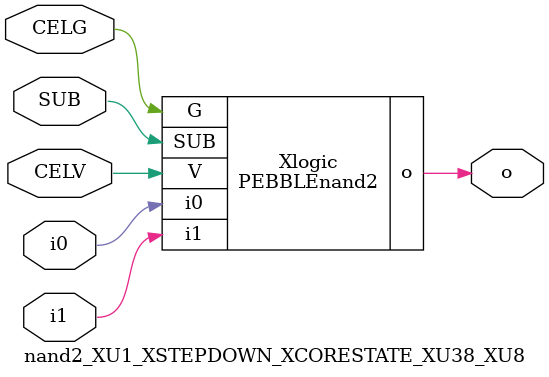
<source format=v>



module PEBBLEnand2 ( o, G, SUB, V, i0, i1 );

  input i0;
  input V;
  input i1;
  input G;
  output o;
  input SUB;
endmodule

//Celera Confidential Do Not Copy nand2_XU1_XSTEPDOWN_XCORESTATE_XU38_XU8
//Celera Confidential Symbol Generator
//5V NAND2
module nand2_XU1_XSTEPDOWN_XCORESTATE_XU38_XU8 (CELV,CELG,i0,i1,o,SUB);
input CELV;
input CELG;
input i0;
input i1;
input SUB;
output o;

//Celera Confidential Do Not Copy nand2
PEBBLEnand2 Xlogic(
.V (CELV),
.i0 (i0),
.i1 (i1),
.o (o),
.SUB (SUB),
.G (CELG)
);
//,diesize,PEBBLEnand2

//Celera Confidential Do Not Copy Module End
//Celera Schematic Generator
endmodule

</source>
